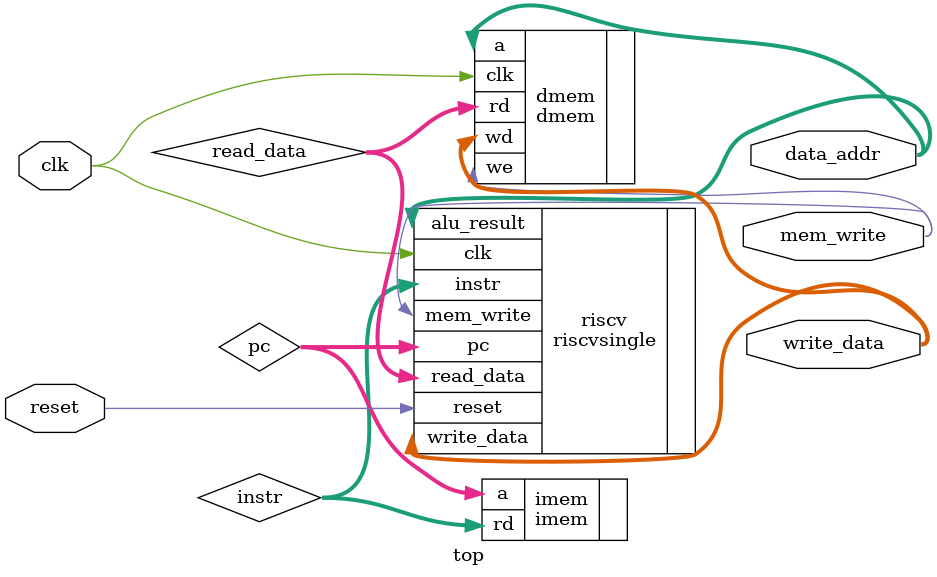
<source format=v>
module top (
    input  wire                clk,
    input  wire               reset,
    output wire [31 : 0]  data_addr,
    output wire [31 : 0] write_data,
    output wire           mem_write
);
    wire [31 : 0]        pc;
    wire [31 : 0]     instr;
    wire [31 : 0] read_data;

    riscvsingle riscv (
        .clk(clk),
        .reset(reset),
        .instr(instr),
        .read_data(read_data),
        .pc(pc),
        .alu_result(data_addr),
        .write_data(write_data),
        .mem_write(mem_write)
    );

    imem imem (
        .a(pc),
        .rd(instr)
    );

    dmem dmem (
        .clk(clk),
        .we(mem_write),
        .a(data_addr),
        .wd(write_data),
        .rd(read_data)
    );

endmodule
</source>
